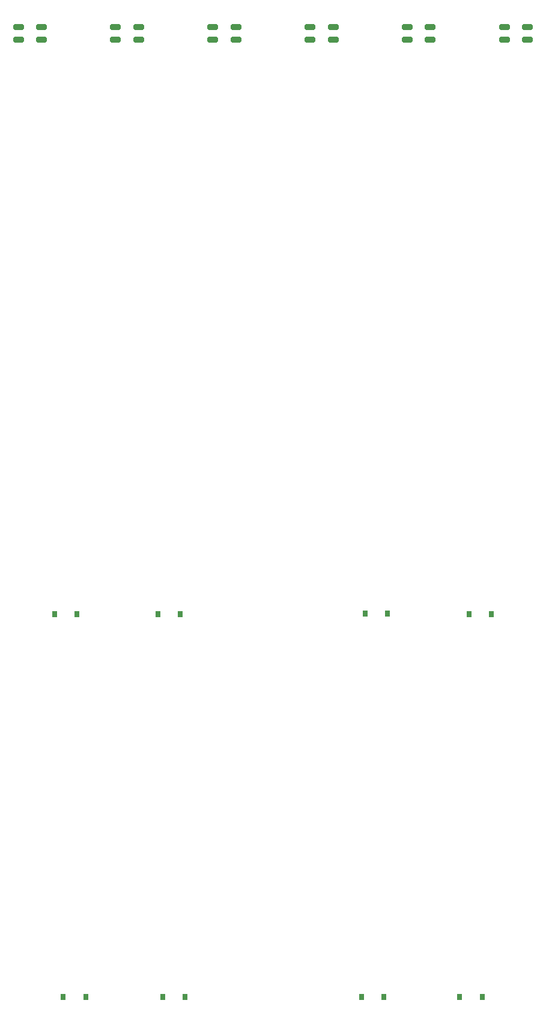
<source format=gtp>
G04 #@! TF.GenerationSoftware,KiCad,Pcbnew,9.0.2*
G04 #@! TF.CreationDate,2025-06-08T18:04:14+02:00*
G04 #@! TF.ProjectId,badgeCarrierCard,62616467-6543-4617-9272-696572436172,V2.5*
G04 #@! TF.SameCoordinates,Original*
G04 #@! TF.FileFunction,Paste,Top*
G04 #@! TF.FilePolarity,Positive*
%FSLAX46Y46*%
G04 Gerber Fmt 4.6, Leading zero omitted, Abs format (unit mm)*
G04 Created by KiCad (PCBNEW 9.0.2) date 2025-06-08 18:04:14*
%MOMM*%
%LPD*%
G01*
G04 APERTURE LIST*
G04 Aperture macros list*
%AMRoundRect*
0 Rectangle with rounded corners*
0 $1 Rounding radius*
0 $2 $3 $4 $5 $6 $7 $8 $9 X,Y pos of 4 corners*
0 Add a 4 corners polygon primitive as box body*
4,1,4,$2,$3,$4,$5,$6,$7,$8,$9,$2,$3,0*
0 Add four circle primitives for the rounded corners*
1,1,$1+$1,$2,$3*
1,1,$1+$1,$4,$5*
1,1,$1+$1,$6,$7*
1,1,$1+$1,$8,$9*
0 Add four rect primitives between the rounded corners*
20,1,$1+$1,$2,$3,$4,$5,0*
20,1,$1+$1,$4,$5,$6,$7,0*
20,1,$1+$1,$6,$7,$8,$9,0*
20,1,$1+$1,$8,$9,$2,$3,0*%
G04 Aperture macros list end*
%ADD10R,0.670000X0.830000*%
%ADD11RoundRect,0.200000X0.550000X0.200000X-0.550000X0.200000X-0.550000X-0.200000X0.550000X-0.200000X0*%
G04 APERTURE END LIST*
D10*
G04 #@! TO.C,D22*
X102623800Y-111705400D03*
X105793800Y-111705400D03*
G04 #@! TD*
G04 #@! TO.C,D20*
X58808800Y-111705400D03*
X61978800Y-111705400D03*
G04 #@! TD*
G04 #@! TO.C,D15*
X48635000Y-165635400D03*
X45465000Y-165635400D03*
G04 #@! TD*
D11*
G04 #@! TO.C,D9*
X83500000Y-30780000D03*
X83500000Y-29000000D03*
X80220000Y-29000000D03*
X80220000Y-30780000D03*
G04 #@! TD*
D10*
G04 #@! TO.C,D21*
X88008800Y-111700400D03*
X91178800Y-111700400D03*
G04 #@! TD*
G04 #@! TO.C,D19*
X44218552Y-111702939D03*
X47388552Y-111702939D03*
G04 #@! TD*
G04 #@! TO.C,D16*
X62643800Y-165635400D03*
X59473800Y-165635400D03*
G04 #@! TD*
G04 #@! TO.C,D18*
X104493800Y-165635400D03*
X101323800Y-165635400D03*
G04 #@! TD*
D11*
G04 #@! TO.C,D11*
X110900000Y-30780000D03*
X110900000Y-29000000D03*
X107620000Y-29000000D03*
X107620000Y-30780000D03*
G04 #@! TD*
G04 #@! TO.C,D10*
X97200000Y-30780000D03*
X97200000Y-29000000D03*
X93920000Y-29000000D03*
X93920000Y-30780000D03*
G04 #@! TD*
G04 #@! TO.C,D12*
X69800000Y-30780000D03*
X69800000Y-29000000D03*
X66520000Y-29000000D03*
X66520000Y-30780000D03*
G04 #@! TD*
D10*
G04 #@! TO.C,D17*
X90643800Y-165635400D03*
X87473800Y-165635400D03*
G04 #@! TD*
D11*
G04 #@! TO.C,D23*
X56100000Y-30780000D03*
X56100000Y-29000000D03*
X52820000Y-29000000D03*
X52820000Y-30780000D03*
G04 #@! TD*
G04 #@! TO.C,D24*
X42400000Y-30780000D03*
X42400000Y-29000000D03*
X39120000Y-29000000D03*
X39120000Y-30780000D03*
G04 #@! TD*
M02*

</source>
